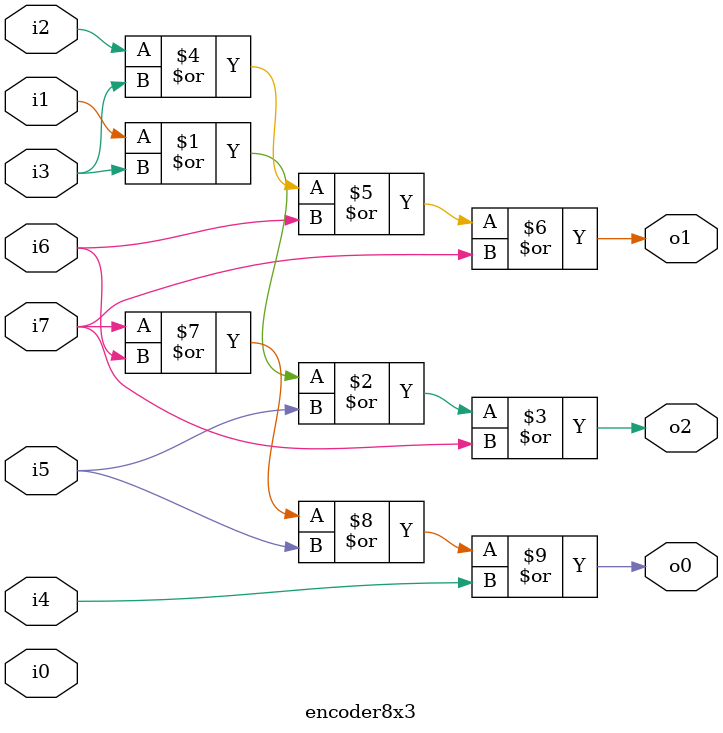
<source format=v>
`timescale 1ns / 1ps


module encoder8x3(
    input i0,
    input i1,
    input i2,
    input i3,
    input i4,
    input i5,
    input i6,
    input i7,
    output o0,
    output o1,
    output o2
    );
    
    assign o2 = i1 | i3 | i5 | i7;
    assign o1 = i2 | i3 | i6 | i7;
    assign o0 = i7 | i6 | i5 | i4;
    
    
endmodule

</source>
